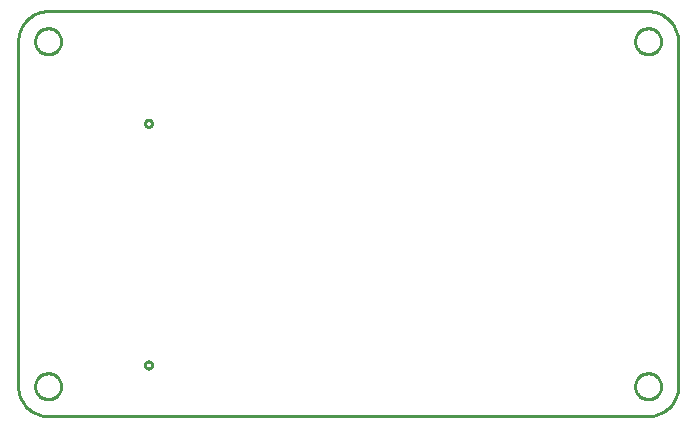
<source format=gbr>
G04 EAGLE Gerber RS-274X export*
G75*
%MOMM*%
%FSLAX34Y34*%
%LPD*%
%IN*%
%IPPOS*%
%AMOC8*
5,1,8,0,0,1.08239X$1,22.5*%
G01*
%ADD10C,0.254000*%


D10*
X-279400Y-146050D02*
X-279303Y-148264D01*
X-279014Y-150461D01*
X-278535Y-152624D01*
X-277868Y-154737D01*
X-277020Y-156785D01*
X-275997Y-158750D01*
X-274806Y-160619D01*
X-273458Y-162377D01*
X-271961Y-164011D01*
X-270327Y-165508D01*
X-268569Y-166856D01*
X-266700Y-168047D01*
X-264735Y-169070D01*
X-262687Y-169918D01*
X-260574Y-170585D01*
X-258411Y-171064D01*
X-256214Y-171353D01*
X-254000Y-171450D01*
X254000Y-171450D01*
X256214Y-171353D01*
X258411Y-171064D01*
X260574Y-170585D01*
X262687Y-169918D01*
X264735Y-169070D01*
X266700Y-168047D01*
X268569Y-166856D01*
X270327Y-165508D01*
X271961Y-164011D01*
X273458Y-162377D01*
X274806Y-160619D01*
X275997Y-158750D01*
X277020Y-156785D01*
X277868Y-154737D01*
X278535Y-152624D01*
X279014Y-150461D01*
X279303Y-148264D01*
X279400Y-146050D01*
X279400Y146050D01*
X279303Y148264D01*
X279014Y150461D01*
X278535Y152624D01*
X277868Y154737D01*
X277020Y156785D01*
X275997Y158750D01*
X274806Y160619D01*
X273458Y162377D01*
X271961Y164011D01*
X270327Y165508D01*
X268569Y166856D01*
X266700Y168047D01*
X264735Y169070D01*
X262687Y169918D01*
X260574Y170585D01*
X258411Y171064D01*
X256214Y171353D01*
X254000Y171450D01*
X-254000Y171450D01*
X-256214Y171353D01*
X-258411Y171064D01*
X-260574Y170585D01*
X-262687Y169918D01*
X-264735Y169070D01*
X-266700Y168047D01*
X-268569Y166856D01*
X-270327Y165508D01*
X-271961Y164011D01*
X-273458Y162377D01*
X-274806Y160619D01*
X-275997Y158750D01*
X-277020Y156785D01*
X-277868Y154737D01*
X-278535Y152624D01*
X-279014Y150461D01*
X-279303Y148264D01*
X-279400Y146050D01*
X-279400Y-146050D01*
X-243000Y145618D02*
X-243068Y144756D01*
X-243203Y143902D01*
X-243405Y143062D01*
X-243672Y142240D01*
X-244003Y141441D01*
X-244395Y140671D01*
X-244847Y139934D01*
X-245355Y139235D01*
X-245916Y138577D01*
X-246527Y137966D01*
X-247185Y137405D01*
X-247884Y136897D01*
X-248621Y136445D01*
X-249391Y136053D01*
X-250190Y135722D01*
X-251012Y135455D01*
X-251852Y135253D01*
X-252706Y135118D01*
X-253568Y135050D01*
X-254432Y135050D01*
X-255294Y135118D01*
X-256148Y135253D01*
X-256988Y135455D01*
X-257810Y135722D01*
X-258609Y136053D01*
X-259379Y136445D01*
X-260116Y136897D01*
X-260815Y137405D01*
X-261473Y137966D01*
X-262084Y138577D01*
X-262645Y139235D01*
X-263153Y139934D01*
X-263605Y140671D01*
X-263997Y141441D01*
X-264328Y142240D01*
X-264595Y143062D01*
X-264797Y143902D01*
X-264932Y144756D01*
X-265000Y145618D01*
X-265000Y146482D01*
X-264932Y147344D01*
X-264797Y148198D01*
X-264595Y149038D01*
X-264328Y149860D01*
X-263997Y150659D01*
X-263605Y151429D01*
X-263153Y152166D01*
X-262645Y152865D01*
X-262084Y153523D01*
X-261473Y154134D01*
X-260815Y154695D01*
X-260116Y155203D01*
X-259379Y155655D01*
X-258609Y156047D01*
X-257810Y156378D01*
X-256988Y156645D01*
X-256148Y156847D01*
X-255294Y156982D01*
X-254432Y157050D01*
X-253568Y157050D01*
X-252706Y156982D01*
X-251852Y156847D01*
X-251012Y156645D01*
X-250190Y156378D01*
X-249391Y156047D01*
X-248621Y155655D01*
X-247884Y155203D01*
X-247185Y154695D01*
X-246527Y154134D01*
X-245916Y153523D01*
X-245355Y152865D01*
X-244847Y152166D01*
X-244395Y151429D01*
X-244003Y150659D01*
X-243672Y149860D01*
X-243405Y149038D01*
X-243203Y148198D01*
X-243068Y147344D01*
X-243000Y146482D01*
X-243000Y145618D01*
X-243000Y-146482D02*
X-243068Y-147344D01*
X-243203Y-148198D01*
X-243405Y-149038D01*
X-243672Y-149860D01*
X-244003Y-150659D01*
X-244395Y-151429D01*
X-244847Y-152166D01*
X-245355Y-152865D01*
X-245916Y-153523D01*
X-246527Y-154134D01*
X-247185Y-154695D01*
X-247884Y-155203D01*
X-248621Y-155655D01*
X-249391Y-156047D01*
X-250190Y-156378D01*
X-251012Y-156645D01*
X-251852Y-156847D01*
X-252706Y-156982D01*
X-253568Y-157050D01*
X-254432Y-157050D01*
X-255294Y-156982D01*
X-256148Y-156847D01*
X-256988Y-156645D01*
X-257810Y-156378D01*
X-258609Y-156047D01*
X-259379Y-155655D01*
X-260116Y-155203D01*
X-260815Y-154695D01*
X-261473Y-154134D01*
X-262084Y-153523D01*
X-262645Y-152865D01*
X-263153Y-152166D01*
X-263605Y-151429D01*
X-263997Y-150659D01*
X-264328Y-149860D01*
X-264595Y-149038D01*
X-264797Y-148198D01*
X-264932Y-147344D01*
X-265000Y-146482D01*
X-265000Y-145618D01*
X-264932Y-144756D01*
X-264797Y-143902D01*
X-264595Y-143062D01*
X-264328Y-142240D01*
X-263997Y-141441D01*
X-263605Y-140671D01*
X-263153Y-139934D01*
X-262645Y-139235D01*
X-262084Y-138577D01*
X-261473Y-137966D01*
X-260815Y-137405D01*
X-260116Y-136897D01*
X-259379Y-136445D01*
X-258609Y-136053D01*
X-257810Y-135722D01*
X-256988Y-135455D01*
X-256148Y-135253D01*
X-255294Y-135118D01*
X-254432Y-135050D01*
X-253568Y-135050D01*
X-252706Y-135118D01*
X-251852Y-135253D01*
X-251012Y-135455D01*
X-250190Y-135722D01*
X-249391Y-136053D01*
X-248621Y-136445D01*
X-247884Y-136897D01*
X-247185Y-137405D01*
X-246527Y-137966D01*
X-245916Y-138577D01*
X-245355Y-139235D01*
X-244847Y-139934D01*
X-244395Y-140671D01*
X-244003Y-141441D01*
X-243672Y-142240D01*
X-243405Y-143062D01*
X-243203Y-143902D01*
X-243068Y-144756D01*
X-243000Y-145618D01*
X-243000Y-146482D01*
X265000Y-146482D02*
X264932Y-147344D01*
X264797Y-148198D01*
X264595Y-149038D01*
X264328Y-149860D01*
X263997Y-150659D01*
X263605Y-151429D01*
X263153Y-152166D01*
X262645Y-152865D01*
X262084Y-153523D01*
X261473Y-154134D01*
X260815Y-154695D01*
X260116Y-155203D01*
X259379Y-155655D01*
X258609Y-156047D01*
X257810Y-156378D01*
X256988Y-156645D01*
X256148Y-156847D01*
X255294Y-156982D01*
X254432Y-157050D01*
X253568Y-157050D01*
X252706Y-156982D01*
X251852Y-156847D01*
X251012Y-156645D01*
X250190Y-156378D01*
X249391Y-156047D01*
X248621Y-155655D01*
X247884Y-155203D01*
X247185Y-154695D01*
X246527Y-154134D01*
X245916Y-153523D01*
X245355Y-152865D01*
X244847Y-152166D01*
X244395Y-151429D01*
X244003Y-150659D01*
X243672Y-149860D01*
X243405Y-149038D01*
X243203Y-148198D01*
X243068Y-147344D01*
X243000Y-146482D01*
X243000Y-145618D01*
X243068Y-144756D01*
X243203Y-143902D01*
X243405Y-143062D01*
X243672Y-142240D01*
X244003Y-141441D01*
X244395Y-140671D01*
X244847Y-139934D01*
X245355Y-139235D01*
X245916Y-138577D01*
X246527Y-137966D01*
X247185Y-137405D01*
X247884Y-136897D01*
X248621Y-136445D01*
X249391Y-136053D01*
X250190Y-135722D01*
X251012Y-135455D01*
X251852Y-135253D01*
X252706Y-135118D01*
X253568Y-135050D01*
X254432Y-135050D01*
X255294Y-135118D01*
X256148Y-135253D01*
X256988Y-135455D01*
X257810Y-135722D01*
X258609Y-136053D01*
X259379Y-136445D01*
X260116Y-136897D01*
X260815Y-137405D01*
X261473Y-137966D01*
X262084Y-138577D01*
X262645Y-139235D01*
X263153Y-139934D01*
X263605Y-140671D01*
X263997Y-141441D01*
X264328Y-142240D01*
X264595Y-143062D01*
X264797Y-143902D01*
X264932Y-144756D01*
X265000Y-145618D01*
X265000Y-146482D01*
X265000Y145618D02*
X264932Y144756D01*
X264797Y143902D01*
X264595Y143062D01*
X264328Y142240D01*
X263997Y141441D01*
X263605Y140671D01*
X263153Y139934D01*
X262645Y139235D01*
X262084Y138577D01*
X261473Y137966D01*
X260815Y137405D01*
X260116Y136897D01*
X259379Y136445D01*
X258609Y136053D01*
X257810Y135722D01*
X256988Y135455D01*
X256148Y135253D01*
X255294Y135118D01*
X254432Y135050D01*
X253568Y135050D01*
X252706Y135118D01*
X251852Y135253D01*
X251012Y135455D01*
X250190Y135722D01*
X249391Y136053D01*
X248621Y136445D01*
X247884Y136897D01*
X247185Y137405D01*
X246527Y137966D01*
X245916Y138577D01*
X245355Y139235D01*
X244847Y139934D01*
X244395Y140671D01*
X244003Y141441D01*
X243672Y142240D01*
X243405Y143062D01*
X243203Y143902D01*
X243068Y144756D01*
X243000Y145618D01*
X243000Y146482D01*
X243068Y147344D01*
X243203Y148198D01*
X243405Y149038D01*
X243672Y149860D01*
X244003Y150659D01*
X244395Y151429D01*
X244847Y152166D01*
X245355Y152865D01*
X245916Y153523D01*
X246527Y154134D01*
X247185Y154695D01*
X247884Y155203D01*
X248621Y155655D01*
X249391Y156047D01*
X250190Y156378D01*
X251012Y156645D01*
X251852Y156847D01*
X252706Y156982D01*
X253568Y157050D01*
X254432Y157050D01*
X255294Y156982D01*
X256148Y156847D01*
X256988Y156645D01*
X257810Y156378D01*
X258609Y156047D01*
X259379Y155655D01*
X260116Y155203D01*
X260815Y154695D01*
X261473Y154134D01*
X262084Y153523D01*
X262645Y152865D01*
X263153Y152166D01*
X263605Y151429D01*
X263997Y150659D01*
X264328Y149860D01*
X264595Y149038D01*
X264797Y148198D01*
X264932Y147344D01*
X265000Y146482D01*
X265000Y145618D01*
X-169236Y-125000D02*
X-169703Y-125074D01*
X-170152Y-125220D01*
X-170572Y-125434D01*
X-170954Y-125712D01*
X-171288Y-126046D01*
X-171566Y-126428D01*
X-171780Y-126848D01*
X-171926Y-127298D01*
X-172000Y-127764D01*
X-172000Y-128236D01*
X-171926Y-128703D01*
X-171780Y-129152D01*
X-171566Y-129572D01*
X-171288Y-129954D01*
X-170954Y-130288D01*
X-170572Y-130566D01*
X-170152Y-130780D01*
X-169703Y-130926D01*
X-169236Y-131000D01*
X-168764Y-131000D01*
X-168298Y-130926D01*
X-167848Y-130780D01*
X-167428Y-130566D01*
X-167046Y-130288D01*
X-166712Y-129954D01*
X-166434Y-129572D01*
X-166220Y-129152D01*
X-166074Y-128703D01*
X-166000Y-128236D01*
X-166000Y-127764D01*
X-166074Y-127298D01*
X-166220Y-126848D01*
X-166434Y-126428D01*
X-166712Y-126046D01*
X-167046Y-125712D01*
X-167428Y-125434D01*
X-167848Y-125220D01*
X-168298Y-125074D01*
X-168764Y-125000D01*
X-169236Y-125000D01*
X-169236Y79500D02*
X-169703Y79426D01*
X-170152Y79280D01*
X-170572Y79066D01*
X-170954Y78788D01*
X-171288Y78454D01*
X-171566Y78072D01*
X-171780Y77652D01*
X-171926Y77203D01*
X-172000Y76736D01*
X-172000Y76264D01*
X-171926Y75798D01*
X-171780Y75348D01*
X-171566Y74928D01*
X-171288Y74546D01*
X-170954Y74212D01*
X-170572Y73934D01*
X-170152Y73720D01*
X-169703Y73574D01*
X-169236Y73500D01*
X-168764Y73500D01*
X-168298Y73574D01*
X-167848Y73720D01*
X-167428Y73934D01*
X-167046Y74212D01*
X-166712Y74546D01*
X-166434Y74928D01*
X-166220Y75348D01*
X-166074Y75798D01*
X-166000Y76264D01*
X-166000Y76736D01*
X-166074Y77203D01*
X-166220Y77652D01*
X-166434Y78072D01*
X-166712Y78454D01*
X-167046Y78788D01*
X-167428Y79066D01*
X-167848Y79280D01*
X-168298Y79426D01*
X-168764Y79500D01*
X-169236Y79500D01*
M02*

</source>
